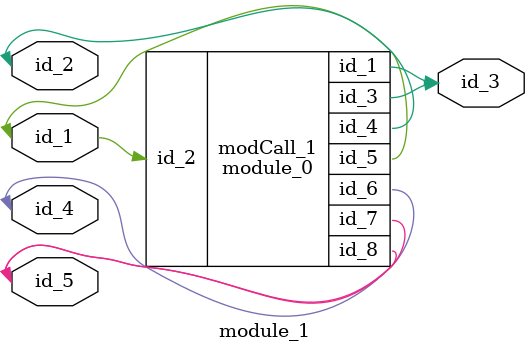
<source format=v>
module module_0 (
    id_1,
    id_2,
    id_3,
    id_4,
    id_5,
    id_6,
    id_7,
    id_8
);
  inout wire id_8;
  output wire id_7;
  output wire id_6;
  output wire id_5;
  output wire id_4;
  output wire id_3;
  input wire id_2;
  output wire id_1;
  always @(*) id_3 = id_2;
  if (1) begin : LABEL_0
    wire id_9;
  end
endmodule
module module_1 (
    id_1,
    id_2,
    id_3,
    id_4,
    id_5
);
  inout wire id_5;
  inout wire id_4;
  output wire id_3;
  inout wire id_2;
  inout wire id_1;
  wire id_6;
  module_0 modCall_1 (
      id_3,
      id_1,
      id_3,
      id_2,
      id_1,
      id_4,
      id_5,
      id_5
  );
endmodule

</source>
